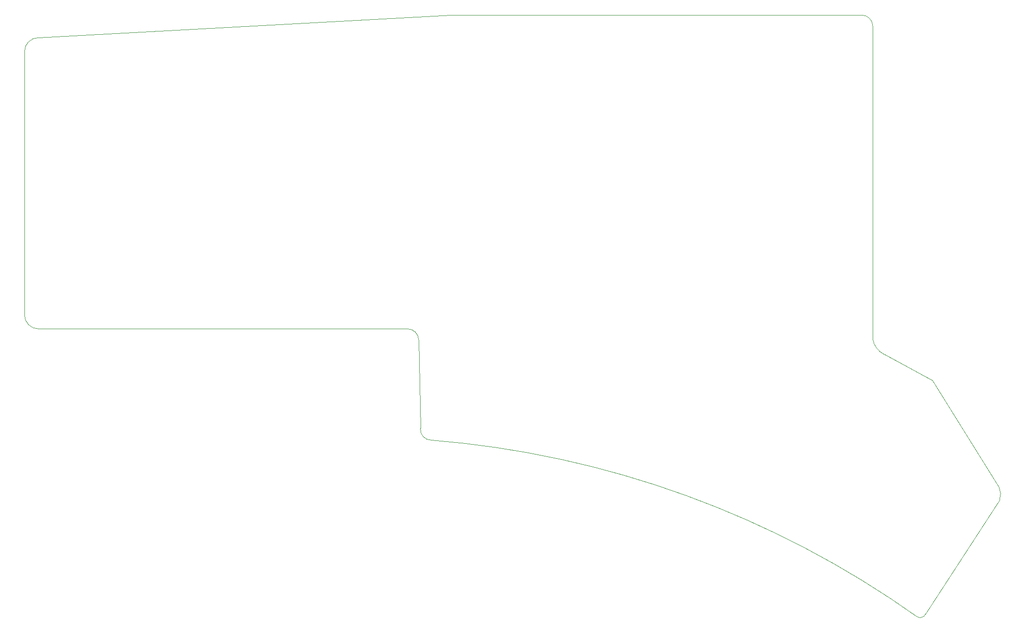
<source format=gbr>
%TF.GenerationSoftware,KiCad,Pcbnew,6.0.7*%
%TF.CreationDate,2022-09-27T18:21:25-04:00*%
%TF.ProjectId,flutter_v2_wren,666c7574-7465-4725-9f76-325f7772656e,v1.0.0*%
%TF.SameCoordinates,Original*%
%TF.FileFunction,Profile,NP*%
%FSLAX46Y46*%
G04 Gerber Fmt 4.6, Leading zero omitted, Abs format (unit mm)*
G04 Created by KiCad (PCBNEW 6.0.7) date 2022-09-27 18:21:25*
%MOMM*%
%LPD*%
G01*
G04 APERTURE LIST*
%TA.AperFunction,Profile*%
%ADD10C,0.050000*%
%TD*%
G04 APERTURE END LIST*
D10*
X141000000Y-10375555D02*
X141000000Y46000000D01*
X-11822339Y41425536D02*
X-11822339Y-6074464D01*
X163750567Y-37154819D02*
X151696035Y-17851704D01*
X59500031Y-26500003D02*
G75*
G03*
X61500000Y-28651070I1953069J-189397D01*
G01*
X-9322339Y43925536D02*
G75*
G03*
X-11822339Y41425536I0J-2500000D01*
G01*
X59177736Y-10574464D02*
G75*
G03*
X57177661Y-8574464I-2000036J-36D01*
G01*
X163857254Y-39425067D02*
G75*
G03*
X163750567Y-37154819I-2712354J1010167D01*
G01*
X150500000Y-60000000D02*
X163857263Y-39425070D01*
X59177661Y-10574464D02*
X59500000Y-26500000D01*
X-9322339Y-8574464D02*
X57177661Y-8574464D01*
X65000000Y48000000D02*
X-9322339Y43925536D01*
X148999975Y-60500041D02*
G75*
G03*
X150500000Y-60000000I538525J884441D01*
G01*
X-11822339Y-6074464D02*
G75*
G03*
X-9322339Y-8574464I2500000J0D01*
G01*
X141000000Y46000000D02*
G75*
G03*
X139000000Y48000000I-2000000J0D01*
G01*
X148999999Y-60500002D02*
G75*
G03*
X61500000Y-28651070I-101404089J-142471198D01*
G01*
X140999956Y-10375562D02*
G75*
G03*
X143154716Y-13233298I3704444J551962D01*
G01*
X65000000Y48000000D02*
X139000000Y48000000D01*
X151696035Y-17851704D02*
X143154716Y-13233298D01*
M02*

</source>
